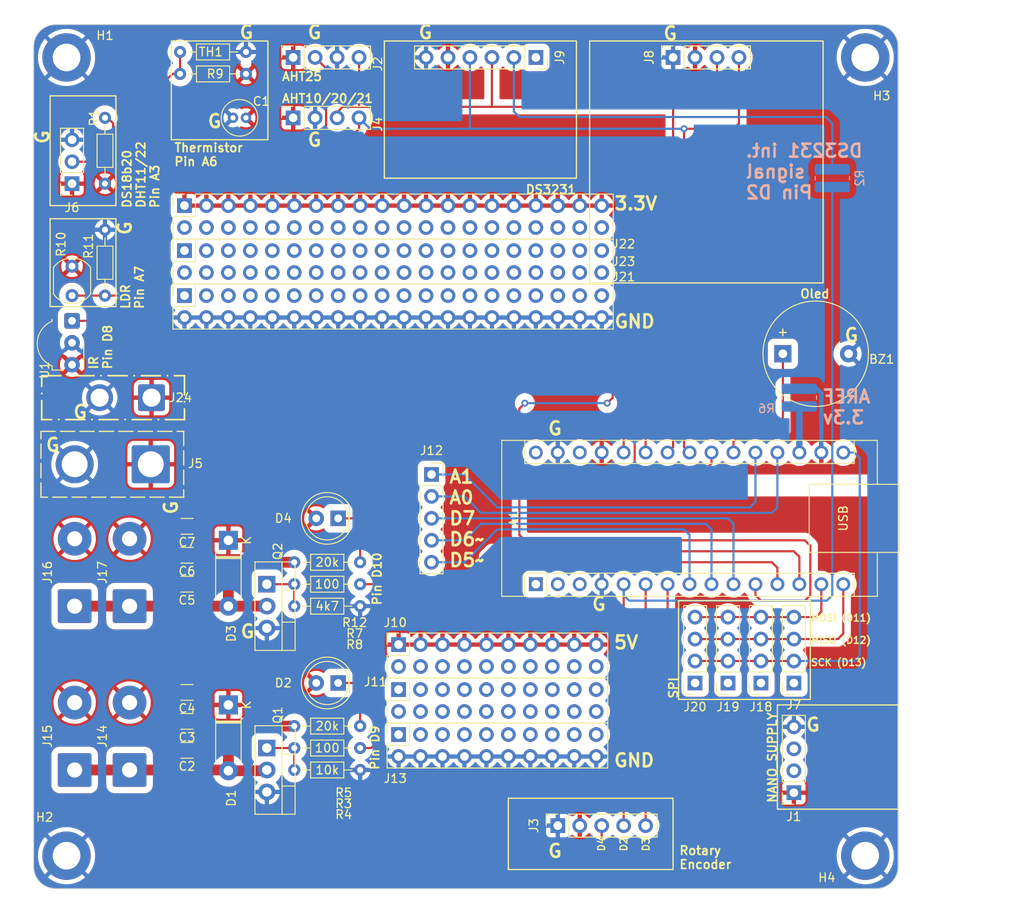
<source format=kicad_pcb>
(kicad_pcb (version 20221018) (generator pcbnew)
  (layers (0 "F.Cu" signal) (31 "B.Cu" signal) (34 "B.Paste" user) (35 "F.Paste" user) (36 "B.SilkS" user "B.Silkscreen") (37 "F.SilkS" user "F.Silkscreen") (38 "B.Mask" user) (39 "F.Mask" user) (44 "Edge.Cuts" user))
  (net 0 "")
  (net 4 "A7_Photo")
  (net 5 "SDA")
  (net 6 "A6_Therm")
  (net 9 "Net-(Q1-G)")
  (net 10 "GND")
  (net 11 "3v3")
  (net 12 "5v")
  (net 13 "D10_PWM")
  (net 14 "D9_PWM")
  (net 15 "D4_ENC")
  (net 16 "SCL")
  (net 17 "Load_+")
  (net 18 "D3_ENC")
  (net 19 "AREF")
  (net 20 "D2_ENC")
  (net 21 "D7_NU")
  (net 22 "MISO")
  (net 23 "SCK")
  (net 24 "MOSI")
  (net 25 "D6_PWM_NU")
  (net 26 "D5_PWM_NU")
  (net 27 "Net-(D2-K)")
  (net 28 "Net-(D3-A)")
  (net 29 "Net-(Q2-G)")
  (net 30 "D8_IR")
  (net 32 "A1_NU")
  (net 33 "A3_DHT")
  (net 34 "A0_NU")
  (net 35 "A2_Buzzer")
  (net 36 "Net-(D1-A)")
  (net 37 "Net-(D4-K)")
  (net 42 "Net-(J9-Pin_2)")
  (footprint "Resistor_THT:R_Axial_DIN0204_L3.6mm_D1.6mm_P7.62mm_Horizontal" (layer "F.Cu") (at 107.315 62.865 90)
    (fp_text reference "R1")
    (fp_text value "R_Small")
  )
  (footprint "Resistor_THT:R_Axial_DIN0204_L3.6mm_D1.6mm_P7.62mm_Horizontal" (layer "F.Cu") (at 136.83 128.18 180)
    (fp_text reference "R3")
    (fp_text value "100")
  )
  (footprint "Connector_PinSocket_2.54mm:PinSocket_1x04_P2.54mm_Vertical" (layer "F.Cu") (at 179.375 120.65 180)
    (fp_text reference "J19")
    (fp_text value "SPI")
  )
  (footprint "Connector_PinSocket_2.54mm:PinSocket_2x10_P2.54mm_Vertical" (layer "F.Cu") (at 141.275 126.619 90)
    (fp_text reference "J13")
    (fp_text value "Conn_02x10_Counter_Clockwise")
  )
  (footprint "Resistor_THT:R_Axial_DIN0204_L3.6mm_D1.6mm_P7.62mm_Horizontal" (layer "F.Cu") (at 116.002 47.625)
    (fp_text reference "TH1")
    (fp_text value "Thermistor_NTC")
  )
  (footprint "Connector_PinSocket_2.54mm:PinSocket_2x10_P2.54mm_Vertical" (layer "F.Cu") (at 141.275 121.412 90)
    (fp_text reference "J11")
    (fp_text value "Conn_02x10_Counter_Clockwise")
  )
  (footprint "Capacitor_SMD:C_1206_3216Metric_Pad1.33x1.80mm_HandSolder" (layer "F.Cu") (at 116.8025 105.87 180)
    (fp_text reference "C6")
    (fp_text value "C_Small")
  )
  (footprint "Connector_PinSocket_2.54mm:PinSocket_1x04_P2.54mm_Vertical" (layer "F.Cu") (at 183.185 120.65 180)
    (fp_text reference "J18")
    (fp_text value "SPI")
  )
  (footprint "Connector_PinSocket_2.54mm:PinSocket_2x20_P2.54mm_Vertical" (layer "F.Cu") (at 116.51 65.405 90)
    (fp_text reference "J22")
    (fp_text value "Conn_02x20_Counter_Clockwise")
  )
  (footprint "Diode_THT:D_DO-41_SOD81_P7.62mm_Horizontal" (layer "F.Cu") (at 121.59 123.19 -90)
    (fp_text reference "D1")
    (fp_text value "D_Small")
  )
  (footprint "Connector_PinSocket_2.54mm:PinSocket_1x06_P2.54mm_Vertical" (layer "F.Cu") (at 157.15 48.26 -90)
    (fp_text reference "J9")
    (fp_text value "DS3231_Pins")
  )
  (footprint "Connector_PinSocket_2.54mm:PinSocket_1x03_P2.54mm_Vertical" (layer "F.Cu") (at 103.505 62.865 180)
    (fp_text reference "J6")
    (fp_text value "DS18B20 _DHT11/12")
  )
  (footprint "Resistor_THT:R_Axial_DIN0204_L3.6mm_D1.6mm_P7.62mm_Horizontal" (layer "F.Cu") (at 129.21 130.72)
    (fp_text reference "R4")
    (fp_text value "10k")
  )
  (footprint "Connector_PinSocket_2.54mm:PinSocket_1x04_P2.54mm_Vertical" (layer "F.Cu") (at 175.565 120.65 180)
    (fp_text reference "J20")
    (fp_text value "SPI")
  )
  (footprint "OptoDevice:Vishay_MOLD-3Pin" (layer "F.Cu") (at 103.505 78.74 -90)
    (fp_text reference "U1")
    (fp_text value "TSOP34S40F")
  )
  (footprint "Buzzer_Beeper:Buzzer_12x9.5RM7.6" (layer "F.Cu") (at 185.725 82.55)
    (fp_text reference "BZ1")
    (fp_text value "Buzzer")
  )
  (footprint "Connector_Wire:SolderWire-1sqmm_1x02_P7.8mm_D1.4mm_OD3.9mm" (layer "F.Cu") (at 103.81 111.76 90)
    (fp_text reference "J16")
    (fp_text value "Conn_01x02_Socket")
  )
  (footprint "Connector_PinSocket_2.54mm:PinSocket_1x05_P2.54mm_Vertical" (layer "F.Cu") (at 145.085 96.52)
    (fp_text reference "J12")
    (fp_text value "Unused Pins")
  )
  (footprint "Capacitor_SMD:C_1206_3216Metric_Pad1.33x1.80mm_HandSolder" (layer "F.Cu") (at 116.8025 109.22 180)
    (fp_text reference "C5")
    (fp_text value "C_Small")
  )
  (footprint "Connector_PinSocket_2.54mm:PinSocket_1x04_P2.54mm_Vertical" (layer "F.Cu") (at 173.025 48.26 90)
    (fp_text reference "J8")
    (fp_text value "0.96_oled")
  )
  (footprint "Connector_PinSocket_2.54mm:PinSocket_1x04_P2.54mm_Vertical" (layer "F.Cu") (at 129.083 48.26 90)
    (fp_text reference "J2")
    (fp_text value "AHT(25)_I2C_Pins")
  )
  (footprint "Connector_PinSocket_2.54mm:PinSocket_1x04_P2.54mm_Vertical" (layer "F.Cu") (at 186.995 120.65 180)
    (fp_text reference "J7")
    (fp_text value "SPI")
  )
  (footprint "Resistor_THT:R_Axial_DIN0204_L3.6mm_D1.6mm_P7.62mm_Horizontal" (layer "F.Cu") (at 136.83 125.64 180)
    (fp_text reference "R5")
    (fp_text value "20k")
  )
  (footprint "Resistor_THT:R_Axial_DIN0204_L3.6mm_D1.6mm_P7.62mm_Horizontal" (layer "F.Cu") (at 107.315 75.819 90)
    (fp_text reference "R11")
    (fp_text value "R_Small")
  )
  (footprint "Connector_PinSocket_2.54mm:PinSocket_2x20_P2.54mm_Vertical" (layer "F.Cu") (at 116.51 75.819 90)
    (fp_text reference "J21")
    (fp_text value "Conn_02x20_Counter_Clockwise")
  )
  (footprint "Connector_Wire:SolderWire-2.5sqmm_1x02_P8.8mm_D2.4mm_OD4.4mm" (layer "F.Cu") (at 112.61 95.34 180)
    (fp_text reference "J5")
    (fp_text value "Conn_01x02_Socket")
  )
  (footprint "Package_TO_SOT_THT:TO-220-3_Vertical" (layer "F.Cu") (at 126.035 128.18 -90)
    (fp_text reference "Q1")
    (fp_text value "IRF540N")
  )
  (footprint "OptoDevice:R_LDR_5.1x4.3mm_P3.4mm_Vertical" (layer "F.Cu") (at 103.505 72.419 -90)
    (fp_text reference "R10")
    (fp_text value "R_Photo")
  )
  (footprint "Connector_PinSocket_2.54mm:PinSocket_2x20_P2.54mm_Vertical" (layer "F.Cu") (at 116.51 70.612 90)
    (fp_text reference "J23")
    (fp_text value "Conn_02x20_Counter_Clockwise")
  )
  (footprint "LED_THT:LED_D5.0mm_Clear" (layer "F.Cu") (at 134.29 101.6 180)
    (fp_text reference "D4")
    (fp_text value "LED")
  )
  (footprint "Resistor_THT:R_Axial_DIN0204_L3.6mm_D1.6mm_P7.62mm_Horizontal" (layer "F.Cu") (at 123.622 50.165 180)
    (fp_text reference "R9")
    (fp_text value "R_Small")
  )
  (footprint "Module:Arduino_Nano" (layer "F.Cu") (at 157.15 109.22 90)
    (fp_text reference "A1")
    (fp_text value "Arduino_Nano_v3.x")
  )
  (footprint "Capacitor_SMD:C_1206_3216Metric_Pad1.33x1.80mm_HandSolder" (layer "F.Cu") (at 116.8025 125.095 180)
    (fp_text reference "C3")
    (fp_text value "C_Small")
  )
  (footprint "Connector_PinSocket_2.54mm:PinSocket_1x04_P2.54mm_Vertical" (layer "F.Cu") (at 186.995 133.35 180)
    (fp_text reference "J1")
    (fp_text value "Nano_Power")
  )
  (footprint "Resistor_THT:R_Axial_DIN0204_L3.6mm_D1.6mm_P7.62mm_Horizontal" (layer "F.Cu") (at 136.83 106.68 180)
    (fp_text reference "R12")
    (fp_text value "20k")
  )
  (footprint "Connector_Wire:SolderWire-1sqmm_1x02_P7.8mm_D1.4mm_OD3.9mm" (layer "F.Cu") (at 103.81 130.72 90)
    (fp_text reference "J15")
    (fp_text value "Conn_01x02_Socket")
  )
  (footprint "Capacitor_SMD:C_1206_3216Metric_Pad1.33x1.80mm_HandSolder" (layer "F.Cu") (at 116.8025 102.52 180)
    (fp_text reference "C7")
    (fp_text value "C_Small")
  )
  (footprint "MountingHole:MountingHole_3.2mm_M3_DIN965_Pad_TopBottom" (layer "F.Cu") (at 102.87 140.64)
    (fp_text reference "H2")
    (fp_text value "MountingHole_Pad")
  )
  (footprint "MountingHole:MountingHole_3.2mm_M3_DIN965_Pad_TopBottom" (layer "F.Cu") (at 195.25 48.26)
    (fp_text reference "H3")
    (fp_text value "MountingHole_Pad")
  )
  (footprint "Connector_PinSocket_2.54mm:PinSocket_2x10_P2.54mm_Vertical" (layer "F.Cu") (at 141.275 116.205 90)
    (fp_text reference "J10")
    (fp_text value "Conn_02x10_Counter_Clockwise")
  )
  (footprint "Connector_PinSocket_2.54mm:PinSocket_1x05_P2.54mm_Vertical" (layer "F.Cu") (at 159.69 137.16 90)
    (fp_text reference "J3")
    (fp_text value "Rotary_Encoder")
  )
  (footprint "Connector_PinSocket_2.54mm:PinSocket_1x04_P2.54mm_Vertical" (layer "F.Cu") (at 129.083 55.245 90)
    (fp_text reference "J4")
    (fp_text value "AHT(10/20/21)_I2C_Pins")
  )
  (footprint "Connector_Wire:SolderWire-1sqmm_1x02_P7.8mm_D1.4mm_OD3.9mm" (layer "F.Cu") (at 110.16 130.72 90)
    (fp_text reference "J14")
    (fp_text value "Conn_01x02_Socket")
  )
  (footprint "Capacitor_SMD:C_1206_3216Metric_Pad1.33x1.80mm_HandSolder" (layer "F.Cu") (at 116.8025 128.445 180)
    (fp_text reference "C2")
    (fp_text value "C_Small")
  )
  (footprint "Resistor_THT:R_Axial_DIN0204_L3.6mm_D1.6mm_P7.62mm_Horizontal" (layer "F.Cu") (at 129.21 111.76)
    (fp_text reference "R8")
    (fp_text value "4k7")
  )
  (footprint "Connector_Wire:SolderWire-1.5sqmm_1x02_P6mm_D1.7mm_OD3mm" (layer "F.Cu") (at 112.7 87.63 180)
    (fp_text reference "J24")
    (fp_text value "Conn_01x02_Socket")
  )
  (footprint "Resistor_THT:R_Axial_DIN0204_L3.6mm_D1.6mm_P7.62mm_Horizontal" (layer "F.Cu") (at 136.83 109.22 180)
    (fp_text reference "R7")
    (fp_text value "100")
  )
  (footprint "Diode_THT:D_DO-41_SOD81_P7.62mm_Horizontal" (layer "F.Cu") (at 121.59 104.14 -90)
    (fp_text reference "D3")
    (fp_text value "D_Small")
  )
  (footprint "Capacitor_SMD:C_1206_3216Metric_Pad1.33x1.80mm_HandSolder" (layer "F.Cu") (at 116.8025 121.745 180)
    (fp_text reference "C4")
    (fp_text value "C_Small")
  )
  (footprint "Connector_Wire:SolderWire-1sqmm_1x02_P7.8mm_D1.4mm_OD3.9mm" (layer "F.Cu") (at 110.16 111.76 90)
    (fp_text reference "J17")
    (fp_text value "Conn_01x02_Socket")
  )
  (footprint "LED_THT:LED_D5.0mm_Clear" (layer "F.Cu") (at 134.29 120.65 180)
    (fp_text reference "D2")
    (fp_text value "LED")
  )
  (footprint "MountingHole:MountingHole_3.2mm_M3_DIN965_Pad_TopBottom" (layer "F.Cu") (at 102.87 48.26)
    (fp_text reference "H1")
    (fp_text value "MountingHole_Pad")
  )
  (footprint "MountingHole:MountingHole_3.2mm_M3_DIN965_Pad_TopBottom" (layer "F.Cu") (at 195.25 140.64)
    (fp_text reference "H4")
    (fp_text value "MountingHole_Pad")
  )
  (footprint "Capacitor_THT:C_Radial_D4.0mm_H7.0mm_P1.50mm" (layer "F.Cu") (at 123.622 55.245 180)
    (fp_text reference "C1")
    (fp_text value "C_Small")
  )
  (footprint "Package_TO_SOT_THT:TO-220-3_Vertical" (layer "F.Cu") (at 126.035 109.22 -90)
    (fp_text reference "Q2")
    (fp_text value "IRF540N")
  )
  (footprint "Resistor_SMD:R_0815_2038Metric_Pad1.20x4.05mm_HandSolder" (layer "B.Cu") (at 191.44 62.23 -90)
    (fp_text reference "R2")
    (fp_text value "R_Small")
  )
  (footprint "Resistor_SMD:R_0815_2038Metric_Pad1.20x4.05mm_HandSolder" (layer "B.Cu") (at 187.63 87.63 90)
    (fp_text reference "R6")
    (fp_text value "R_Small")
  )
  (gr_rect (start 99.91 91.53) (end 116.42 99.15) (stroke (width 0.15) (type dash)) (fill none) (layer "F.SilkS"))
  (gr_rect (start 173.66 111.125) (end 188.9 122.555) (stroke (width 0.15)) (fill none) (layer "F.SilkS"))
  (gr_rect (start 185.09 123.19) (end 199.06 135.255) (stroke (width 0.15)) (fill none) (layer "F.SilkS"))
  (gr_rect (start 139.624 46.355) (end 161.849 62.23) (stroke (width 0.15)) (fill none) (layer "F.SilkS"))
  (gr_rect (start 100.965 52.705) (end 108.585 65.405) (stroke (width 0.15)) (fill none) (layer "F.SilkS"))
  (gr_rect (start 114.986 46.355) (end 126.162 57.785) (stroke (width 0.15)) (fill none) (layer "F.SilkS"))
  (gr_rect (start 100.965 66.929) (end 108.585 77.089) (stroke (width 0.15)) (fill none) (layer "F.SilkS"))
  (gr_rect (start 163.373 46.355) (end 190.373 74.355) (stroke (width 0.15)) (fill none) (layer "F.SilkS"))
  (gr_rect (start 153.97 133.985) (end 173.02 142.24) (stroke (width 0.15)) (fill none) (layer "F.SilkS"))
  (gr_rect (start 100 85.09) (end 116.51 90.17) (stroke (width 0.2) (type dash_dot)) (fill none) (layer "F.SilkS"))
  (gr_line locked (start 99.06 141.91) (end 99.06 46.99) (stroke (width 0.1)) (layer "Edge.Cuts"))
  (gr_arc locked (start 196.52 44.45) (mid 198.316051 45.193949) (end 199.06 46.99) (stroke (width 0.1)) (layer "Edge.Cuts"))
  (gr_line locked (start 196.52 144.45) (end 101.6 144.45) (stroke (width 0.1)) (layer "Edge.Cuts"))
  (gr_arc locked (start 199.06 141.91) (mid 198.316051 143.706051) (end 196.52 144.45) (stroke (width 0.1)) (layer "Edge.Cuts"))
  (gr_line locked (start 199.06 46.99) (end 199.06 141.91) (stroke (width 0.1)) (layer "Edge.Cuts"))
  (gr_arc locked (start 99.06 46.99) (mid 99.803949 45.193949) (end 101.6 44.45) (stroke (width 0.1)) (layer "Edge.Cuts"))
  (gr_line locked (start 101.6 44.45) (end 196.52 44.45) (stroke (width 0.1)) (layer "Edge.Cuts"))
  (gr_arc locked (start 101.6 144.45) (mid 99.803949 143.706051) (end 99.06 141.91) (stroke (width 0.1)) (layer "Edge.Cuts"))
  (gr_text "AREF\n3.3v" (at 190.17 90.805) (layer "B.SilkS") (effects (font (size 1.5 1.5) (thickness 0.3) bold) (justify right bottom mirror)))
  (gr_text "DS3231 int.\nsignal\nPin D2" (at 181.28 64.77) (layer "B.SilkS") (effects (font (size 1.5 1.5) (thickness 0.3) bold) (justify right bottom mirror)))
  (gr_text "D4\n\nD2\n\nD3" (at 170.358 140.208 90) (layer "F.SilkS") (effects (font (size 0.8 0.8)) (justify left bottom)))
  (gr_text "G" (at 130.607 46.228) (layer "F.SilkS") (effects (font (size 1.5 1.5) (thickness 0.3) bold) (justify left bottom)))
  (gr_text "G" (at 110.49 68.961 90) (layer "F.SilkS") (effects (font (size 1.5 1.5) (thickness 0.3) bold) (justify left bottom)))
  (gr_text "3.3V" (at 166.1 66.04) (layer "F.SilkS") (effects (font (size 1.5 1.5) (thickness 0.3) bold) (justify left bottom)))
  (gr_text "DS18b20\nDHT11/22\nPin A3" (at 113.665 65.786 90) (layer "F.SilkS") (effects (font (size 1 1) (thickness 0.2) bold) (justify left bottom)))
  (gr_text "G" (at 130.607 58.674) (layer "F.SilkS") (effects (font (size 1.5 1.5) (thickness 0.3) bold) (justify left bottom)))
  (gr_text "Thermistor\nPin A6" (at 115.24 60.9) (layer "F.SilkS") (effects (font (size 1 1) (thickness 0.2) bold) (justify left bottom)))
  (gr_text "G" (at 163.5 112.395) (layer "F.SilkS") (effects (font (size 1.5 1.5) (thickness 0.3) bold) (justify left bottom)))
  (gr_text "G" (at 158.42 92.075) (layer "F.SilkS") (effects (font (size 1.5 1.5) (thickness 0.3) bold) (justify left bottom)))
  (gr_text "G" (at 103.505 90.17) (layer "F.SilkS") (effects (font (size 1.5 1.5) (thickness 0.3) bold) (justify left bottom)))
  (gr_text "G" (at 119.05 56.515) (layer "F.SilkS") (effects (font (size 1.5 1.5) (thickness 0.3) bold) (justify left bottom)))
  (gr_text "NANO_SUPPLY" (at 185.09 134.62 90) (layer "F.SilkS") (effects (font (size 1 1) (thickness 0.2) bold) (justify left bottom)))
  (gr_text "MOSI (D11)\n\nMISO (D12)\n\nSCK (D13)" (at 188.9 118.745) (layer "F.SilkS") (effects (font (size 0.8 0.8) (thickness 0.16) bold) (justify left bottom)))
  (gr_text "AHT10/20/21" (at 127.686 53.594) (layer "F.SilkS") (effects (font (size 1 1) (thickness 0.2) bold) (justify left bottom)))
  (gr_text "IR\nPin D8" (at 108.204 84.455 90) (layer "F.SilkS") (effects (font (size 1 1) (thickness 0.2) bold) (justify left bottom)))
  (gr_text "DS3231" (at 155.88 64.135) (layer "F.SilkS") (effects (font (size 1 1) (thickness 0.2) bold) (justify left bottom)))
  (gr_text "G" (at 122.86 115.57) (layer "F.SilkS") (effects (font (size 1.5 1.5) (thickness 0.3) bold) (justify left bottom)))
  (gr_text "G" (at 143.434 46.228) (layer "F.SilkS") (effects (font (size 1.5 1.5) (thickness 0.3) bold) (justify left bottom)))
  (gr_text "G" (at 100.965 58.42 90) (layer "F.SilkS") (effects (font (size 1.5 1.5) (thickness 0.3) bold) (justify left bottom)))
  (gr_text "Pin D10" (at 139.37 111.76 90) (layer "F.SilkS") (effects (font (size 1 1) (thickness 0.2) bold) (justify left bottom)))
  (gr_text "Oled" (at 187.63 76.2) (layer "F.SilkS") (effects (font (size 1 1) (thickness 0.2) bold) (justify left bottom)))
  (gr_text "LDR\nPin A7" (at 111.887 77.47 90) (layer "F.SilkS") (effects (font (size 1 1) (thickness 0.2) bold) (justify left bottom)))
  (gr_text "AHT25" (at 127.686 51.054) (layer "F.SilkS") (effects (font (size 1 1) (thickness 0.2) bold) (justify left bottom)))
  (gr_text "G" (at 158.42 140.97) (layer "F.SilkS") (effects (font (size 1.5 1.5) (thickness 0.3) bold) (justify left bottom)))
  (gr_text "G" (at 192.71 81.28) (layer "F.SilkS") (effects (font (size 1.5 1.5) (thickness 0.3) bold) (justify left bottom)))
  (gr_text "G" (at 171.755 46.355) (layer "F.SilkS") (effects (font (size 1.5 1.5) (thickness 0.3) bold) (justify left bottom)))
  (gr_text "5V" (at 166.04 116.84) (layer "F.SilkS") (effects (font (size 1.5 1.5) (thickness 0.3) bold) (justify left bottom)))
  (gr_text "G" (at 115.825 101.298 90) (layer "F.SilkS") (effects (font (size 1.5 1.5) (thickness 0.3) bold) (justify left bottom)))
  (gr_text "G" (at 188.265 126.365) (layer "F.SilkS") (effects (font (size 1.5 1.5) (thickness 0.3) bold) (justify left bottom)))
  (gr_text "GND" (at 166.1 79.689) (layer "F.SilkS") (effects (font (size 1.5 1.5) (thickness 0.3) bold) (justify left bottom)))
  (gr_text "G" (at 122.733 46.228) (layer "F.SilkS") (effects (font (size 1.5 1.5) (thickness 0.3) bold) (justify left bottom)))
  (gr_text "GND" (at 166.04 130.489) (layer "F.SilkS") (effects (font (size 1.5 1.5) (thickness 0.3) bold) (justify left bottom)))
  (gr_text "Pin D9" (at 139.116 130.81 90) (layer "F.SilkS") (effects (font (size 1 1) (thickness 0.2) bold) (justify left bottom)))
  (gr_text "Rotary\nEncoder" (at 173.655 142.24) (layer "F.SilkS") (effects (font (size 1 1) (thickness 0.2) bold) (justify left bottom)))
  (gr_text "G" (at 100.33 93.98) (layer "F.SilkS") (effects (font (size 1.5 1.5) (thickness 0.3) bold) (justify left bottom)))
  (gr_text "A1\nA0\nD7\nD6~\nD5~" (at 146.99 107.315) (layer "F.SilkS") (effects (font (size 1.5 1.5) (thickness 0.3) bold) (justify left bottom)))
  (gr_text "SPI" (at 173.66 122.555 90) (layer "F.SilkS") (effects (font (size 1 1) (thickness 0.2) bold) (justify left bottom)))
  (segment (start 112.065 76.2) (end 112.065 81.915) (width 0.25) (layer "F.Cu") (net 4))
  (segment (start 111.684 75.819) (end 112.065 76.2) (width 0.25) (layer "F.Cu") (net 4))
  (segment (start 167.31 83.185698) (end 167.31 93.98) (width 0.25) (layer "F.Cu") (net 4))
  (segment (start 112.7 82.55) (end 166.675698 82.55) (width 0.25) (layer "F.Cu") (net 4))
  (segment (start 166.675698 82.55) (end 167.310698 83.185) (width 0.25) (layer "F.Cu") (net 4))
  (segment (start 103.505 75.819) (end 107.315 75.819) (width 0.25) (layer "F.Cu") (net 4))
  (segment (start 107.315 75.819) (end 111.684 75.819) (width 0.25) (layer "F.Cu") (net 4))
  (segment (start 167.310698 83.185) (end 167.31 83.185698) (width 0.25) (layer "F.Cu") (net 4))
  (segment (start 112.065 81.915) (end 112.7 82.55) (width 0.25) (layer "F.Cu") (net 4))
  (segment (start 133.655 57.15) (end 136.068 57.15) (width 0.25) (layer "F.Cu") (net 5))
  (segment (start 180.01 56.515) (end 180.645 55.88) (width 0.25) (layer "F.Cu") (net 5))
  (segment (start 174.295 56.515) (end 180.01 56.515) (width 0.25) (layer "F.Cu") (net 5))
  (segment (start 132.893 49.53) (end 132.893 56.388) (width 0.25) (layer "F.Cu") (net 5))
  (segment (start 136.703 56.515) (end 136.703 55.245) (width 0.25) (layer "F.Cu") (net 5))
  (segment (start 180.645 55.88) (end 180.645 48.26) (width 0.25) (layer "F.Cu") (net 5))
  (segment (start 174.295 82.296) (end 174.295 93.345) (width 0.25) (layer "F.Cu") (net 5))
  (segment (start 132.893 56.388) (end 133.655 57.15) (width 0.25) (layer "F.Cu") (net 5))
  (segment (start 131.623 48.26) (end 132.893 49.53) (width 0.25) (layer "F.Cu") (net 5))
  (segment (start 136.068 57.15) (end 136.703 56.515) (width 0.25) (layer "F.Cu") (net 5))
  (segment (start 174.295 56.515) (end 174.295 82.296) (width 0.25) (layer "F.Cu") (net 5))
  (segment (start 174.295 93.345) (end 174.93 93.98) (width 0.25) (layer "F.Cu") (net 5))
  (via (at 174.295 56.515) (size 0.8) (drill 0.4) (layers "F.Cu" "B.Cu") (net 5))
  (segment (start 149.53 56.515) (end 149.53 55.245) (width 0.25) (layer "B.Cu") (net 5))
  (segment (start 174.295 56.515) (end 149.53 56.515) (width 0.25) (layer "B.Cu") (net 5))
  (segment (start 137.973 56.515) (end 149.53 56.515) (width 0.25) (layer "B.Cu") (net 5))
  (segment (start 136.703 55.245) (end 137.973 56.515) (width 0.25) (layer "B.Cu") (net 5))
  (segment (start 149.53 48.26) (end 149.53 55.245) (width 0.25) (layer "B.Cu") (net 5))
  (segment (start 136.703 54.61) (end 137.338 55.245) (width 0.25) (layer "B.Cu") (net 5))
  (segment (start 115.113 50.165) (end 114.478 50.8) (width 0.25) (layer "F.Cu") (net 6))
  (segment (start 169.85 93.98) (end 169.85 80.647094) (width 0.25) (layer "F.Cu") (net 6))
  (segment (start 115.113 80.01) (end 114.478 79.375) (width 0.25) (layer "F.Cu") (net 6))
  (segment (start 169.214302 80.01) (end 115.113 80.01) (width 0.25) (layer "F.Cu") (net 6))
  (segment (start 114.478 79.375) (end 114.478 50.8) (width 0.25) (layer "F.Cu") (net 6))
  (segment (start 169.850698 80.646396) (end 169.214302 80.01) (width 0.25) (layer "F.Cu") (net 6))
  (segment (start 116.002 50.165) (end 115.113 50.165) (width 0.25) (layer "F.Cu") (net 6))
  (segment (start 169.85 80.647094) (end 169.850698 80.646396) (width 0.25) (layer "F.Cu") (net 6))
  (segment (start 116.002 50.165) (end 116.002 47.625) (width 0.25) (layer "F.Cu") (net 6))
  (segment (start 126.035 128.18) (end 129.21 128.18) (width 0.25) (layer "F.Cu") (net 9))
  (segment (start 129.21 128.18) (end 129.21 130.72) (width 0.25) (layer "F.Cu") (net 9))
  (segment (start 190.17 93.98) (end 190.17 87.12) (width 0.5) (layer "B.Cu") (net 11))
  (segment (start 190.17 87.12) (end 189.655 86.605) (width 0.5) (layer "B.Cu") (net 11))
  (segment (start 189.655 86.605) (end 187.63 86.605) (width 0.5) (layer "B.Cu") (net 11))
  (segment (start 151.435 108.585) (end 151.435 106.045) (width 0.25) (layer "F.Cu") (net 13))
  (segment (start 187.63 106.045) (end 187.63 109.22) (width 0.25) (layer "F.Cu") (net 13))
  (segment (start 136.83 109.22) (end 150.8 109.22) (width 0.25) (layer "F.Cu") (net 13))
  (segment (start 186.995 105.41) (end 187.63 106.045) (width 0.25) (layer "F.Cu") (net 13))
  (segment (start 150.8 109.22) (end 151.435 108.585) (width 0.25) (layer "F.Cu") (net 13))
  (segment (start 152.07 105.41) (end 186.995 105.41) (width 0.25) (layer "F.Cu") (net 13))
  (segment (start 151.435 106.045) (end 152.07 105.41) (width 0.25) (layer "F.Cu") (net 13))
  (segment (start 152.705 109.855) (end 152.705 107.315) (width 0.25) (layer "F.Cu") (net 14))
  (segment (start 136.83 128.18) (end 138.1 128.18) (width 0.25) (layer "F.Cu") (net 14))
  (segment (start 138.1 128.18) (end 138.735 127.545) (width 0.25) (layer "F.Cu") (net 14))
  (segment (start 139.37 110.49) (end 152.07 110.49) (width 0.25) (layer "F.Cu") (net 14))
  (segment (start 184.455 106.68) (end 185.09 107.315) (width 0.25) (layer "F.Cu") (net 14))
  (segment (start 152.705 107.315) (end 153.34 106.68) (width 0.25) (layer "F.Cu") (net 14))
  (segment (start 153.34 106.68) (end 184.455 106.68) (width 0.25) (layer "F.Cu") (net 14))
  (segment (start 138.735 127.545) (end 138.735 111.125) (width 0.25) (layer "F.Cu") (net 14))
  (segment (start 185.09 107.315) (end 185.09 109.22) (width 0.25) (layer "F.Cu") (net 14))
  (segment (start 138.735 111.125) (end 139.37 110.49) (width 0.25) (layer "F.Cu") (net 14))
  (segment (start 152.07 110.49) (end 152.705 109.855) (width 0.25) (layer "F.Cu") (net 14))
  (segment (start 172.39 139.065) (end 171.755 139.7) (width 0.25) (layer "F.Cu") (net 15))
  (segment (start 172.39 109.22) (end 172.39 139.065) (width 0.25) (layer "F.Cu") (net 15))
  (segment (start 165.405 139.7) (end 164.77 139.065) (width 0.25) (layer "F.Cu") (net 15))
  (segment (start 171.755 139.7) (end 165.405 139.7) (width 0.25) (layer "F.Cu") (net 15))
  (segment (start 164.77 139.065) (end 164.77 137.16) (width 0.25) (layer "F.Cu") (net 15))
  (segment (start 152.07 53.975) (end 173.025 53.975) (width 0.25) (layer "F.Cu") (net 16))
  (segment (start 173.025 53.975) (end 177.47 53.975) (width 0.25) (layer "F.Cu") (net 16))
  (segment (start 178.105 53.34) (end 178.105 48.26) (width 0.25) (layer "F.Cu") (net 16))
  (segment (start 173.025 53.975) (end 173.025 93.345) (width 0.25) (layer "F.Cu") (net 16))
  (segment (start 173.025 93.345) (end 172.39 93.98) (width 0.25) (layer "F.Cu") (net 16))
  (segment (start 136.703 48.26) (end 136.703 53.975) (width 0.25) (layer "F.Cu") (net 16))
  (segment (start 134.798 53.975) (end 136.703 53.975) (width 0.25) (layer "F.Cu") (net 16))
  (segment (start 134.163 54.61) (end 134.798 53.975) (width 0.25) (layer "F.Cu") (net 16))
  (segment (start 177.47 53.975) (end 178.105 53.34) (width 0.25) (layer "F.Cu") (net 16))
  (segment (start 152.07 53.975) (end 136.703 53.975) (width 0.25) (layer "F.Cu") (net 16))
  (segment (start 134.163 55.245) (end 134.163 54.61) (width 0.25) (layer "F.Cu") (net 16))
  (segment (start 152.07 48.26) (end 152.07 53.975) (width 0.25) (layer "F.Cu") (net 16))
  (segment (start 169.85 109.22) (end 169.85 137.16) (width 0.25) (layer "F.Cu") (net 18))
  (segment (start 187.63 93.98) (end 187.63 88.655) (width 0.75) (layer "B.Cu") (net 19))
  (segment (start 167.31 109.22) (end 167.31 137.16) (width 0.25) (layer "F.Cu") (net 20))
  (segment (start 190.805 111.125) (end 191.44 110.49) (width 0.25) (layer "B.Cu") (net 20))
  (segment (start 167.945 111.125) (end 190.805 111.125) (width 0.25) (layer "B.Cu") (net 20))
  (segment (start 167.31 110.49) (end 167.945 111.125) (width 0.25) (layer "B.Cu") (net 20))
  (segment (start 191.44 110.49) (end 191.44 63.255) (width 0.25) (layer "B.Cu") (net 20))
  (segment (start 167.31 109.22) (end 167.31 110.49) (width 0.25) (layer "B.Cu") (net 20))
  (segment (start 179.375 101.6) (end 145.085 101.6) (width 0.25) (layer "B.Cu") (net 21))
  (segment (start 180.01 102.235) (end 179.375 101.6) (width 0.25) (layer "B.Cu") (net 21))
  (segment (start 180.01 109.22) (end 180.01 102.235) (width 0.25) (layer "B.Cu") (net 21))
  (segment (start 175.565 115.57) (end 179.375 115.57) (width 0.25) (layer "F.Cu") (net 22))
  (segment (start 179.375 115.57) (end 183.185 115.57) (width 0.25) (layer "F.Cu") (net 22))
  (segment (start 192.71 114.935) (end 192.71 109.22) (width 0.25) (layer "F.Cu") (net 22))
  (segment (start 192.075 115.57) (end 192.71 114.935) (width 0.25) (layer "F.Cu") (net 22))
  (segment (start 186.995 115.57) (end 192.075 115.57) (width 0.25) (layer "F.Cu") (net 22))
  (segment (start 183.185 115.57) (end 186.995 115.57) (width 0.25) (layer "F.Cu") (net 22))
  (segment (start 183.185 118.11) (end 179.375 118.11) (width 0.25) (layer "F.Cu") (net 23))
  (segment (start 179.375 118.11) (end 175.565 118.11) (width 0.25) (layer "F.Cu") (net 23))
  (segment (start 186.995 118.11) (end 183.185 118.11) (width 0.25) (layer "F.Cu") (net 23))
  (segment (start 192.71 93.98) (end 193.98 93.98) (width 0.25) (layer "B.Cu") (net 23))
  (segment (start 193.98 93.98) (end 194.615 94.615) (width 0.25) (layer "B.Cu") (net 23))
  (segment (start 194.615 94.615) (end 194.615 117.475) (width 0.25) (layer "B.Cu") (net 23))
  (segment (start 194.615 117.475) (end 193.98 118.11) (width 0.25) (layer "B.Cu") (net 23))
  (segment (start 193.98 118.11) (end 186.995 118.11) (width 0.25) (layer "B.Cu") (net 23))
  (segment (start 183.185 113.03) (end 186.995 113.03) (width 0.25) (layer "F.Cu") (net 24))
  (segment (start 190.17 112.395) (end 190.17 109.22) (width 0.25) (layer "F.Cu") (net 24))
  (segment (start 186.995 113.03) (end 189.535 113.03) (width 0.25) (layer "F.Cu") (net 24))
  (segment (start 179.375 113.03) (end 183.185 113.03) (width 0.25) (layer "F.Cu") (net 24))
  (segment (start 175.565 113.03) (end 179.375 113.03) (width 0.25) (layer "F.Cu") (net 24))
  (segment (start 189.535 113.03) (end 190.17 112.395) (width 0.25) (layer "F.Cu") (net 24))
  (segment (start 150.8 102.235) (end 176.835 102.235) (width 0.25) (layer "B.Cu") (net 25))
  (segment (start 177.47 102.87) (end 177.47 109.22) (width 0.25) (layer "B.Cu") (net 25))
  (segment (start 176.835 102.235) (end 177.47 102.87) (width 0.25) (layer "B.Cu") (net 25))
  (segment (start 148.895 104.14) (end 150.8 102.235) (width 0.25) (layer "B.Cu") (net 25))
  (segment (start 145.085 104.14) (end 148.895 104.14) (width 0.25) (layer "B.Cu") (net 25))
  (segment (start 145.085 106.68) (end 148.895 106.68) (width 0.25) (layer "B.Cu") (net 26))
  (segment (start 174.295 102.87) (end 174.93 103.505) (width 0.25) (layer "B.Cu") (net 26))
  (segment (start 174.93 103.505) (end 174.93 109.22) (width 0.25) (layer "B.Cu") (net 26))
  (segment (start 148.895 106.68) (end 152.705 102.87) (width 0.25) (layer "B.Cu") (net 26))
  (segment (start 152.705 102.87) (end 174.295 102.87) (width 0.25) (layer "B.Cu") (net 26))
  (segment (start 134.29 120.65) (end 136.195 120.65) (width 0.25) (layer "F.Cu") (net 27))
  (segment (start 136.195 120.65) (end 136.83 121.285) (width 0.25) (layer "F.Cu") (net 27))
  (segment (start 136.83 121.285) (end 136.83 125.64) (width 0.25) (layer "F.Cu") (net 27))
  (segment (start 115.24 109.22) (end 115.24 111.43) (width 0.5) (layer "F.Cu") (net 28))
  (segment (start 129.21 106.68) (end 124.13 106.68) (width 1.25) (layer "F.Cu") (net 28))
  (segment (start 115.24 111.43) (end 115.57 111.76) (width 0.5) (layer "F.Cu") (net 28))
  (segment (start 119.05 111.76) (end 126.035 111.76) (width 1.25) (layer "F.Cu") (net 28))
  (segment (start 115.24 105.87) (end 115.24 102.52) (width 0.5) (layer "F.Cu") (net 28))
  (segment (start 110.16 111.76) (end 115.57 111.76) (width 1.25) (layer "F.Cu") (net 28))
  (segment (start 115.57 111.76) (end 119.05 111.76) (width 1.25) (layer "F.Cu") (net 28))
  (segment (start 121.59 109.22) (end 121.59 111.76) (width 1.25) (layer "F.Cu") (net 28))
  (segment (start 115.24 109.22) (end 115.24 105.87) (width 0.5) (layer "F.Cu") (net 28))
  (segment (start 103.81 111.76) (end 110.16 111.76) (width 1.25) (layer "F.Cu") (net 28))
  (segment (start 121.638 111.808) (end 121.59 111.76) (width 0.5) (layer "F.Cu") (net 28))
  (segment (start 124.13 106.68) (end 121.59 109.22) (width 1.25) (layer "F.Cu") (net 28))
  (segment (start 129.21 109.22) (end 129.21 111.76) (width 0.25) (layer "F.Cu") (net 29))
  (segment (start 126.035 109.22) (end 129.21 109.22) (width 0.25) (layer "F.Cu") (net 29))
  (segment (start 188.265 111.125) (end 183.185 111.125) (width 0.25) (layer "F.Cu") (net 30))
  (segment (start 103.505 78.74) (end 110.16 78.74) (width 0.25) (layer "F.Cu") (net 30))
  (segment (start 165.405 88.265) (end 166.040698 87.629302) (width 0.25) (layer "F.Cu") (net 30))
  (segment (start 155.88 88.265) (end 155.245 88.9) (width 0.25) (layer "F.Cu") (net 30))
  (segment (start 155.245 88.9) (end 155.245 103.505) (width 0.25) (layer "F.Cu") (net 30))
  (segment (start 188.9 104.775) (end 188.9 110.49) (width 0.25) (layer "F.Cu") (net 30))
  (segment (start 165.405698 83.82) (end 111.43 83.82) (width 0.25) (layer "F.Cu") (net 30))
  (segment (start 110.795 79.375) (end 110.16 78.74) (width 0.25) (layer "F.Cu") (net 30))
  (segment (start 182.55 110.49) (end 182.55 109.22) (width 0.25) (layer "F.Cu") (net 30))
  (segment (start 183.185 111.125) (end 182.55 110.49) (width 0.25) (layer "F.Cu") (net 30))
  (segment (start 155.245 103.505) (end 155.88 104.14) (width 0.25) (layer "F.Cu") (net 30))
  (segment (start 110.795 83.185) (end 110.795 79.375) (width 0.25) (layer "F.Cu") (net 30))
  (segment (start 188.9 110.49) (end 188.265 111.125) (width 0.25) (layer "F.Cu") (net 30))
  (segment (start 155.88 104.14) (end 188.265 104.14) (width 0.25) (layer "F.Cu") (net 30))
  (segment (start 188.265 104.14) (end 188.9 104.775) (width 0.25) (layer "F.Cu") (net 30))
  (segment (start 111.43 83.82) (end 110.795 83.185) (width 0.25) (layer "F.Cu") (net 30))
  (segment (start 166.040698 84.455) (end 165.405698 83.82) (width 0.25) (layer "F.Cu") (net 30))
  (segment (start 166.040698 87.629302) (end 166.040698 84.455) (width 0.25) (layer "F.Cu") (net 30))
  (via (at 155.88 88.265) (size 0.8) (drill 0.4) (layers "F.Cu" "B.Cu") (net 30))
  (via (at 165.405 88.265) (size 0.8) (drill 0.4) (layers "F.Cu" "B.Cu") (net 30))
  (segment (start 165.405 88.265) (end 155.88 88.265) (width 0.25) (layer "B.Cu") (net 30))
  (segment (start 152.705 100.33) (end 181.915 100.33) (width 0.25) (layer "B.Cu") (net 32))
  (segment (start 182.55 99.695) (end 182.55 93.98) (width 0.25) (layer "B.Cu") (net 32))
  (segment (start 145.085 96.52) (end 148.895 96.52) (width 0.25) (layer "B.Cu") (net 32))
  (segment (start 181.915 100.33) (end 182.55 99.695) (width 0.25) (layer "B.Cu") (net 32))
  (segment (start 148.895 96.52) (end 152.705 100.33) (width 0.25) (layer "B.Cu") (net 32))
  (segment (start 113.335 60.96) (end 112.7 60.325) (width 0.25) (layer "F.Cu") (net 33))
  (segment (start 167.945698 81.28) (end 113.97 81.28) (width 0.25) (layer "F.Cu") (net 33))
  (segment (start 169.215 95.885) (end 168.58 95.25) (width 0.25) (layer "F.Cu") (net 33))
  (segment (start 113.335 80.645) (end 113.335 60.96) (width 0.25) (layer "F.Cu") (net 33))
  (segment (start 168.58 95.25) (end 168.580698 95.249302) (width 0.25) (layer "F.Cu") (net 33))
  (segment (start 107.62 60.325) (end 108.255 60.325) (width 0.25) (layer "F.Cu") (net 33))
  (segment (start 176.835 95.885) (end 169.215 95.885) (width 0.25) (layer "F.Cu") (net 33))
  (segment (start 177.47 95.25) (end 176.835 95.885) (width 0.25) (layer "F.Cu") (net 33))
  (segment (start 107.62 55.245) (end 108.255 55.88) (width 0.25) (layer "F.Cu") (net 33))
  (segment (start 168.580698 81.915) (end 167.945698 81.28) (width 0.25) (layer "F.Cu") (net 33))
  (segment (start 112.7 60.325) (end 108.255 60.325) (width 0.25) (layer "F.Cu") (net 33))
  (segment (start 113.97 81.28) (end 113.335 80.645) (width 0.25) (layer "F.Cu") (net 33))
  (segment (start 107.315 55.245) (end 107.62 55.245) (width 0.25) (layer "F.Cu") (net 33))
  (segment (start 168.580698 95.249302) (end 168.580698 81.915) (width 0.25) (layer "F.Cu") (net 33))
  (segment (start 177.47 93.98) (end 177.47 95.25) (width 0.25) (layer "F.Cu") (net 33))
  (segment (start 108.255 55.88) (end 108.255 60.325) (width 0.25) (layer "F.Cu") (net 33))
  (segment (start 103.505 60.325) (end 107.62 60.325) (width 0.25) (layer "F.Cu") (net 33))
  (segment (start 148.895 99.06) (end 150.8 100.965) (width 0.25) (layer "B.Cu") (net 34))
  (segment (start 185.09 100.33) (end 185.09 93.98) (width 0.25) (layer "B.Cu") (net 34))
  (segment (start 184.455 100.965) (end 185.09 100.33) (width 0.25) (layer "B.Cu") (net 34))
  (segment (start 150.8 100.965) (end 184.455 100.965) (width 0.25) (layer "B.Cu") (net 34))
  (segment (start 145.085 99.06) (end 148.895 99.06) (width 0.25) (layer "B.Cu") (net 34))
  (segment (start 185.725 91.44) (end 185.09 92.075) (width 0.25) (layer "F.Cu") (net 35))
  (segment (start 180.645 92.075) (end 180.01 92.71) (width 0.25) (layer "F.Cu") (net 35))
  (segment (start 185.725 82.55) (end 185.725 91.44) (width 0.25) (layer "F.Cu") (net 35))
  (segment (start 180.01 92.71) (end 180.01 93.98) (width 0.25) (layer "F.Cu") (net 35))
  (segment (start 185.09 92.075) (end 180.645 92.075) (width 0.25) (layer "F.Cu") (net 35))
  (segment (start 125.945 130.81) (end 126.035 130.72) (width 1.25) (layer "F.Cu") (net 36))
  (segment (start 103.81 130.72) (end 110.16 130.72) (width 1.25) (layer "F.Cu") (net 36))
  (segment (start 115.24 128.445) (end 115.24 130.72) (width 0.5) (layer "F.Cu") (net 36))
  (segment (start 124.31 125.64) (end 121.59 128.36) (width 1.25) (layer "F.Cu") (net 36))
  (segment (start 121.59 130.81) (end 125.945 130.81) (width 1.25) (layer "F.Cu") (net 36))
  (segment (start 115.24 128.445) (end 115.24 125.095) (width 0.5) (layer "F.Cu") (net 36))
  (segment (start 121.5 130.72) (end 121.59 130.81) (width 1.25) (layer "F.Cu") (net 36))
  (segment (start 115.24 130.72) (end 121.5 130.72) (width 1.25) (layer "F.Cu") (net 36))
  (segment (start 110.16 130.72) (end 115.24 130.72) (width 1.25) (layer "F.Cu") (net 36))
  (segment (start 129.21 125.64) (end 124.31 125.64) (width 1.25) (layer "F.Cu") (net 36))
  (segment (start 121.59 128.36) (end 121.59 130.81) (width 1.25) (layer "F.Cu") (net 36))
  (segment (start 115.24 125.095) (end 115.24 121.745) (width 0.5) (layer "F.Cu") (net 36))
  (segment (start 134.29 101.6) (end 136.195 101.6) (width 0.25) (layer "F.Cu") (net 37))
  (segment (start 136.195 101.6) (end 136.83 102.235) (width 0.25) (layer "F.Cu") (net 37))
  (segment (start 136.83 102.235) (end 136.83 106.68) (width 0.25) (layer "F.Cu") (net 37))
  (segment (start 155.245 55.155) (end 154.61 54.52) (width 0.25) (layer "B.Cu") (net 42))
  (segment (start 154.61 54.52) (end 154.61 48.26) (width 0.25) (layer "B.Cu") (net 42))
  (segment (start 190.715 55.155) (end 155.245 55.155) (width 0.25) (layer "B.Cu") (net 42))
  (segment (start 191.44 61.205) (end 191.44 55.88) (width 0.25) (layer "B.Cu") (net 42))
  (segment (start 191.44 55.88) (end 190.715 55.155) (width 0.25) (layer "B.Cu") (net 42))
  (zone (net 17) (net_name "Load_+") (layer "F.Cu") (priority 1) (connect_pads (clearance 0.75)) (min_thickness 0.25) (fill yes (thermal_gap 0.5) (thermal_bridge_width 0.5))
    (polygon (pts (xy 100 91.35) (xy 133.02 91.35) (xy 133.02 135.89) (xy 100 135.98)))
  )
  (zone (net 12) (net_name "5v") (layer "F.Cu") (priority 2) (connect_pads (clearance 0.75)) (min_thickness 0.25) (fill yes (thermal_gap 0.5) (thermal_bridge_width 0.5))
    (polygon (pts (xy 100 52.07) (xy 112.7 52.07) (xy 112.7 76.2) (xy 167.31 76.2) (xy 167.31 99.06) (xy 198.425 99.06) (xy 198.425 143.51) (xy 138.735 143.51) (xy 138.735 87.63) (xy 116.51 87.63) (xy 116.51 90.17) (xy 100 90.17)))
  )
  (zone (net 11) (net_name "3v3") (layer "F.Cu") (connect_pads (clearance 0.75)) (min_thickness 0.25) (fill yes (thermal_gap 0.5) (thermal_bridge_width 0.5))
    (polygon (pts (xy 115.24 45.085) (xy 198.425 45.085) (xy 198.425 96.52) (xy 175.565 96.52) (xy 175.565 72.263) (xy 115.24 72.263)))
  )
  (zone (net 10) (net_name "GND") (layer "B.Cu") (priority 1) (connect_pads (clearance 0.75)) (min_thickness 0.25) (fill yes (thermal_gap 0.5) (thermal_bridge_width 0.5))
    (polygon (pts (xy 98.73 145.415) (xy 200.965 145.415) (xy 200.965 43.18) (xy 98.73 43.18)))
  )
)
</source>
